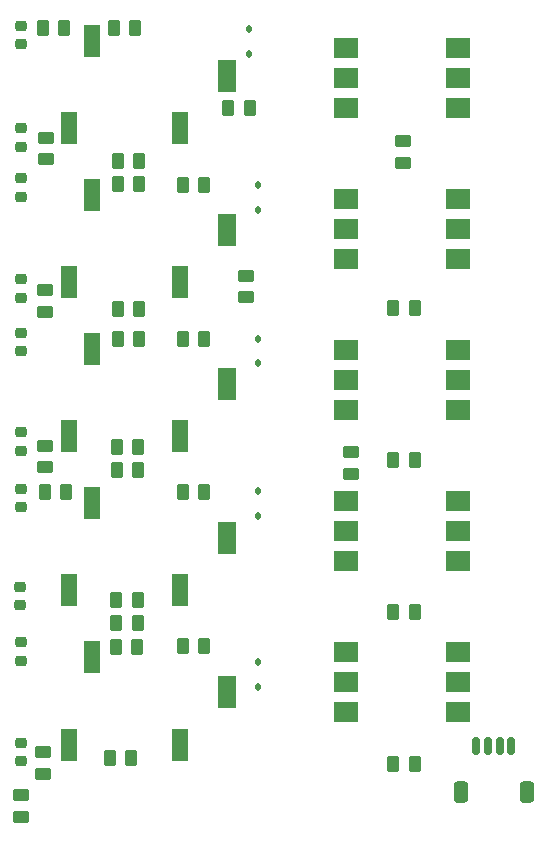
<source format=gtp>
G04 #@! TF.GenerationSoftware,KiCad,Pcbnew,8.0.1*
G04 #@! TF.CreationDate,2024-03-31T18:38:23-05:00*
G04 #@! TF.ProjectId,dinoctopus_v2,64696e6f-6374-46f7-9075-735f76322e6b,rev?*
G04 #@! TF.SameCoordinates,Original*
G04 #@! TF.FileFunction,Paste,Top*
G04 #@! TF.FilePolarity,Positive*
%FSLAX46Y46*%
G04 Gerber Fmt 4.6, Leading zero omitted, Abs format (unit mm)*
G04 Created by KiCad (PCBNEW 8.0.1) date 2024-03-31 18:38:23*
%MOMM*%
%LPD*%
G01*
G04 APERTURE LIST*
G04 Aperture macros list*
%AMRoundRect*
0 Rectangle with rounded corners*
0 $1 Rounding radius*
0 $2 $3 $4 $5 $6 $7 $8 $9 X,Y pos of 4 corners*
0 Add a 4 corners polygon primitive as box body*
4,1,4,$2,$3,$4,$5,$6,$7,$8,$9,$2,$3,0*
0 Add four circle primitives for the rounded corners*
1,1,$1+$1,$2,$3*
1,1,$1+$1,$4,$5*
1,1,$1+$1,$6,$7*
1,1,$1+$1,$8,$9*
0 Add four rect primitives between the rounded corners*
20,1,$1+$1,$2,$3,$4,$5,0*
20,1,$1+$1,$4,$5,$6,$7,0*
20,1,$1+$1,$6,$7,$8,$9,0*
20,1,$1+$1,$8,$9,$2,$3,0*%
G04 Aperture macros list end*
%ADD10RoundRect,0.250000X0.450000X-0.262500X0.450000X0.262500X-0.450000X0.262500X-0.450000X-0.262500X0*%
%ADD11RoundRect,0.218750X0.256250X-0.218750X0.256250X0.218750X-0.256250X0.218750X-0.256250X-0.218750X0*%
%ADD12RoundRect,0.250000X0.262500X0.450000X-0.262500X0.450000X-0.262500X-0.450000X0.262500X-0.450000X0*%
%ADD13RoundRect,0.250000X-0.262500X-0.450000X0.262500X-0.450000X0.262500X0.450000X-0.262500X0.450000X0*%
%ADD14R,1.400000X2.800000*%
%ADD15R,1.600000X2.800000*%
%ADD16RoundRect,0.112500X-0.112500X0.187500X-0.112500X-0.187500X0.112500X-0.187500X0.112500X0.187500X0*%
%ADD17R,2.000000X1.780000*%
%ADD18RoundRect,0.250000X-0.450000X0.262500X-0.450000X-0.262500X0.450000X-0.262500X0.450000X0.262500X0*%
%ADD19RoundRect,0.150000X-0.150000X-0.625000X0.150000X-0.625000X0.150000X0.625000X-0.150000X0.625000X0*%
%ADD20RoundRect,0.250000X-0.350000X-0.650000X0.350000X-0.650000X0.350000X0.650000X-0.350000X0.650000X0*%
G04 APERTURE END LIST*
D10*
X47000000Y-54500000D03*
X47000000Y-52675000D03*
D11*
X28000000Y-92212500D03*
X28000000Y-93787500D03*
D12*
X31638363Y-31751227D03*
X29813363Y-31751227D03*
D13*
X36175000Y-58000000D03*
X38000000Y-58000000D03*
D14*
X32000000Y-79333332D03*
X41400000Y-79333332D03*
X34000000Y-71933332D03*
D15*
X45400000Y-74883332D03*
D13*
X59500000Y-94000000D03*
X61325000Y-94000000D03*
X59500000Y-55375000D03*
X61325000Y-55375000D03*
D12*
X31825000Y-71000000D03*
X30000000Y-71000000D03*
D16*
X47306411Y-33880718D03*
X47306411Y-31780718D03*
D11*
X28000000Y-72287500D03*
X28000000Y-70712500D03*
X28000000Y-44425000D03*
X28000000Y-46000000D03*
X28000000Y-59075000D03*
X28000000Y-57500000D03*
D17*
X55470000Y-84570000D03*
X55470000Y-87110000D03*
X55470000Y-89650000D03*
X65000000Y-89650000D03*
X65000000Y-87110000D03*
X65000000Y-84570000D03*
D16*
X48000000Y-45000000D03*
X48000000Y-47100000D03*
D14*
X32000000Y-40200000D03*
X41400000Y-40200000D03*
X34000000Y-32800000D03*
D15*
X45400000Y-35750000D03*
D16*
X48000000Y-58000000D03*
X48000000Y-60100000D03*
D11*
X28000000Y-33075000D03*
X28000000Y-31500000D03*
D13*
X36157482Y-44906343D03*
X37982482Y-44906343D03*
D16*
X48000000Y-70950000D03*
X48000000Y-73050000D03*
D11*
X28000000Y-85287500D03*
X28000000Y-83712500D03*
D17*
X65000000Y-33430000D03*
X65000000Y-35970000D03*
X65000000Y-38510000D03*
X55470000Y-38510000D03*
X55470000Y-35970000D03*
X55470000Y-33430000D03*
D13*
X41675000Y-71000000D03*
X43500000Y-71000000D03*
X41675000Y-45000000D03*
X43500000Y-45000000D03*
D17*
X65000000Y-46215000D03*
X65000000Y-48755000D03*
X65000000Y-51295000D03*
X55470000Y-51295000D03*
X55470000Y-48755000D03*
X55470000Y-46215000D03*
X55470000Y-71785000D03*
X55470000Y-74325000D03*
X55470000Y-76865000D03*
X65000000Y-76865000D03*
X65000000Y-74325000D03*
X65000000Y-71785000D03*
D14*
X32000000Y-53244444D03*
X41400000Y-53244444D03*
X34000000Y-45844444D03*
D15*
X45400000Y-48794444D03*
D13*
X41675000Y-58000000D03*
X43500000Y-58000000D03*
X36008493Y-84091404D03*
X37833493Y-84091404D03*
D16*
X48000000Y-85400000D03*
X48000000Y-87500000D03*
D13*
X35825697Y-31730496D03*
X37650697Y-31730496D03*
D14*
X32000000Y-92377776D03*
X41400000Y-92377776D03*
X34000000Y-84977776D03*
D15*
X45400000Y-87927776D03*
D13*
X59500000Y-68250000D03*
X61325000Y-68250000D03*
D14*
X32000000Y-66288888D03*
X41400000Y-66288888D03*
X34000000Y-58888888D03*
D15*
X45400000Y-61838888D03*
D13*
X41675000Y-84000000D03*
X43500000Y-84000000D03*
D18*
X60292328Y-41284184D03*
X60292328Y-43109184D03*
D17*
X55470000Y-59000000D03*
X55470000Y-61540000D03*
X55470000Y-64080000D03*
X65000000Y-64080000D03*
X65000000Y-61540000D03*
X65000000Y-59000000D03*
D19*
X66500000Y-92500000D03*
X67500000Y-92500000D03*
X68500000Y-92500000D03*
X69500000Y-92500000D03*
D20*
X65200000Y-96375000D03*
X70800000Y-96375000D03*
D13*
X59500000Y-81125000D03*
X61325000Y-81125000D03*
X36157482Y-42936895D03*
X37982482Y-42936895D03*
D10*
X29984360Y-68905393D03*
X29984360Y-67080393D03*
D13*
X36016422Y-80158175D03*
X37841422Y-80158175D03*
D12*
X37903103Y-69120171D03*
X36078103Y-69120171D03*
D13*
X37889155Y-67165349D03*
X36064155Y-67165349D03*
D10*
X29868590Y-93020460D03*
X29868590Y-94845460D03*
D11*
X27895079Y-80582202D03*
X27895079Y-79007202D03*
D18*
X28000000Y-96675000D03*
X28000000Y-98500000D03*
D10*
X29997278Y-55755017D03*
X29997278Y-53930017D03*
D12*
X47325000Y-38500000D03*
X45500000Y-38500000D03*
D11*
X28000000Y-67500000D03*
X28000000Y-65925000D03*
D18*
X55932088Y-67605658D03*
X55932088Y-69430658D03*
D13*
X36175000Y-55500000D03*
X38000000Y-55500000D03*
D11*
X28000000Y-41787500D03*
X28000000Y-40212500D03*
X28000000Y-54575000D03*
X28000000Y-53000000D03*
D13*
X35500000Y-93500000D03*
X37325000Y-93500000D03*
D10*
X30115931Y-42806054D03*
X30115931Y-40981054D03*
D13*
X36033487Y-82108547D03*
X37858487Y-82108547D03*
M02*

</source>
